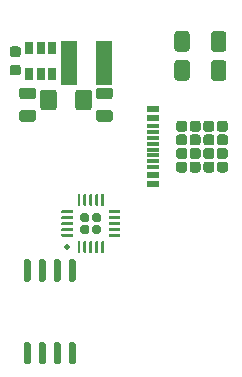
<source format=gbr>
%TF.GenerationSoftware,KiCad,Pcbnew,(5.1.9-0-10_14)*%
%TF.CreationDate,2021-05-23T10:29:48+01:00*%
%TF.ProjectId,Keypad,4b657970-6164-42e6-9b69-6361645f7063,4*%
%TF.SameCoordinates,Original*%
%TF.FileFunction,Paste,Top*%
%TF.FilePolarity,Positive*%
%FSLAX46Y46*%
G04 Gerber Fmt 4.6, Leading zero omitted, Abs format (unit mm)*
G04 Created by KiCad (PCBNEW (5.1.9-0-10_14)) date 2021-05-23 10:29:48*
%MOMM*%
%LPD*%
G01*
G04 APERTURE LIST*
%ADD10R,0.650000X1.060000*%
%ADD11R,1.425000X3.700000*%
%ADD12R,1.140000X0.600000*%
%ADD13R,1.140000X0.300000*%
%ADD14C,0.500000*%
G04 APERTURE END LIST*
D10*
%TO.C,Reg1*%
X123675000Y-96450000D03*
X121775000Y-96450000D03*
X122725000Y-96450000D03*
X121775000Y-98650000D03*
X122725000Y-98650000D03*
X123675000Y-98650000D03*
G36*
G01*
X127650000Y-99800000D02*
X128600000Y-99800000D01*
G75*
G02*
X128850000Y-100050000I0J-250000D01*
G01*
X128850000Y-100550000D01*
G75*
G02*
X128600000Y-100800000I-250000J0D01*
G01*
X127650000Y-100800000D01*
G75*
G02*
X127400000Y-100550000I0J250000D01*
G01*
X127400000Y-100050000D01*
G75*
G02*
X127650000Y-99800000I250000J0D01*
G01*
G37*
G36*
G01*
X127650000Y-101700000D02*
X128600000Y-101700000D01*
G75*
G02*
X128850000Y-101950000I0J-250000D01*
G01*
X128850000Y-102450000D01*
G75*
G02*
X128600000Y-102700000I-250000J0D01*
G01*
X127650000Y-102700000D01*
G75*
G02*
X127400000Y-102450000I0J250000D01*
G01*
X127400000Y-101950000D01*
G75*
G02*
X127650000Y-101700000I250000J0D01*
G01*
G37*
G36*
G01*
X121150000Y-101700000D02*
X122100000Y-101700000D01*
G75*
G02*
X122350000Y-101950000I0J-250000D01*
G01*
X122350000Y-102450000D01*
G75*
G02*
X122100000Y-102700000I-250000J0D01*
G01*
X121150000Y-102700000D01*
G75*
G02*
X120900000Y-102450000I0J250000D01*
G01*
X120900000Y-101950000D01*
G75*
G02*
X121150000Y-101700000I250000J0D01*
G01*
G37*
G36*
G01*
X121150000Y-99800000D02*
X122100000Y-99800000D01*
G75*
G02*
X122350000Y-100050000I0J-250000D01*
G01*
X122350000Y-100550000D01*
G75*
G02*
X122100000Y-100800000I-250000J0D01*
G01*
X121150000Y-100800000D01*
G75*
G02*
X120900000Y-100550000I0J250000D01*
G01*
X120900000Y-100050000D01*
G75*
G02*
X121150000Y-99800000I250000J0D01*
G01*
G37*
G36*
G01*
X120825000Y-97225000D02*
X120325000Y-97225000D01*
G75*
G02*
X120100000Y-97000000I0J225000D01*
G01*
X120100000Y-96550000D01*
G75*
G02*
X120325000Y-96325000I225000J0D01*
G01*
X120825000Y-96325000D01*
G75*
G02*
X121050000Y-96550000I0J-225000D01*
G01*
X121050000Y-97000000D01*
G75*
G02*
X120825000Y-97225000I-225000J0D01*
G01*
G37*
G36*
G01*
X120825000Y-98775000D02*
X120325000Y-98775000D01*
G75*
G02*
X120100000Y-98550000I0J225000D01*
G01*
X120100000Y-98100000D01*
G75*
G02*
X120325000Y-97875000I225000J0D01*
G01*
X120825000Y-97875000D01*
G75*
G02*
X121050000Y-98100000I0J-225000D01*
G01*
X121050000Y-98550000D01*
G75*
G02*
X120825000Y-98775000I-225000J0D01*
G01*
G37*
G36*
G01*
X122675000Y-101475626D02*
X122675000Y-100224374D01*
G75*
G02*
X122924374Y-99975000I249374J0D01*
G01*
X123850626Y-99975000D01*
G75*
G02*
X124100000Y-100224374I0J-249374D01*
G01*
X124100000Y-101475626D01*
G75*
G02*
X123850626Y-101725000I-249374J0D01*
G01*
X122924374Y-101725000D01*
G75*
G02*
X122675000Y-101475626I0J249374D01*
G01*
G37*
G36*
G01*
X125650000Y-101475626D02*
X125650000Y-100224374D01*
G75*
G02*
X125899374Y-99975000I249374J0D01*
G01*
X126825626Y-99975000D01*
G75*
G02*
X127075000Y-100224374I0J-249374D01*
G01*
X127075000Y-101475626D01*
G75*
G02*
X126825626Y-101725000I-249374J0D01*
G01*
X125899374Y-101725000D01*
G75*
G02*
X125650000Y-101475626I0J249374D01*
G01*
G37*
D11*
X128125000Y-97750000D03*
X125125000Y-97750000D03*
%TD*%
%TO.C,R6*%
G36*
G01*
X137150000Y-96525000D02*
X137150000Y-95275000D01*
G75*
G02*
X137400000Y-95025000I250000J0D01*
G01*
X138200000Y-95025000D01*
G75*
G02*
X138450000Y-95275000I0J-250000D01*
G01*
X138450000Y-96525000D01*
G75*
G02*
X138200000Y-96775000I-250000J0D01*
G01*
X137400000Y-96775000D01*
G75*
G02*
X137150000Y-96525000I0J250000D01*
G01*
G37*
G36*
G01*
X134050000Y-96525000D02*
X134050000Y-95275000D01*
G75*
G02*
X134300000Y-95025000I250000J0D01*
G01*
X135100000Y-95025000D01*
G75*
G02*
X135350000Y-95275000I0J-250000D01*
G01*
X135350000Y-96525000D01*
G75*
G02*
X135100000Y-96775000I-250000J0D01*
G01*
X134300000Y-96775000D01*
G75*
G02*
X134050000Y-96525000I0J250000D01*
G01*
G37*
%TD*%
%TO.C,R7*%
G36*
G01*
X135350000Y-97725000D02*
X135350000Y-98975000D01*
G75*
G02*
X135100000Y-99225000I-250000J0D01*
G01*
X134300000Y-99225000D01*
G75*
G02*
X134050000Y-98975000I0J250000D01*
G01*
X134050000Y-97725000D01*
G75*
G02*
X134300000Y-97475000I250000J0D01*
G01*
X135100000Y-97475000D01*
G75*
G02*
X135350000Y-97725000I0J-250000D01*
G01*
G37*
G36*
G01*
X138450000Y-97725000D02*
X138450000Y-98975000D01*
G75*
G02*
X138200000Y-99225000I-250000J0D01*
G01*
X137400000Y-99225000D01*
G75*
G02*
X137150000Y-98975000I0J250000D01*
G01*
X137150000Y-97725000D01*
G75*
G02*
X137400000Y-97475000I250000J0D01*
G01*
X138200000Y-97475000D01*
G75*
G02*
X138450000Y-97725000I0J-250000D01*
G01*
G37*
%TD*%
%TO.C,J2*%
G36*
G01*
X136047500Y-105850000D02*
X135582500Y-105850000D01*
G75*
G02*
X135350000Y-105617500I0J232500D01*
G01*
X135350000Y-105152500D01*
G75*
G02*
X135582500Y-104920000I232500J0D01*
G01*
X136047500Y-104920000D01*
G75*
G02*
X136280000Y-105152500I0J-232500D01*
G01*
X136280000Y-105617500D01*
G75*
G02*
X136047500Y-105850000I-232500J0D01*
G01*
G37*
G36*
G01*
X137197500Y-105850000D02*
X136732500Y-105850000D01*
G75*
G02*
X136500000Y-105617500I0J232500D01*
G01*
X136500000Y-105152500D01*
G75*
G02*
X136732500Y-104920000I232500J0D01*
G01*
X137197500Y-104920000D01*
G75*
G02*
X137430000Y-105152500I0J-232500D01*
G01*
X137430000Y-105617500D01*
G75*
G02*
X137197500Y-105850000I-232500J0D01*
G01*
G37*
G36*
G01*
X138347500Y-105850000D02*
X137882500Y-105850000D01*
G75*
G02*
X137650000Y-105617500I0J232500D01*
G01*
X137650000Y-105152500D01*
G75*
G02*
X137882500Y-104920000I232500J0D01*
G01*
X138347500Y-104920000D01*
G75*
G02*
X138580000Y-105152500I0J-232500D01*
G01*
X138580000Y-105617500D01*
G75*
G02*
X138347500Y-105850000I-232500J0D01*
G01*
G37*
G36*
G01*
X134897500Y-104700000D02*
X134432500Y-104700000D01*
G75*
G02*
X134200000Y-104467500I0J232500D01*
G01*
X134200000Y-104002500D01*
G75*
G02*
X134432500Y-103770000I232500J0D01*
G01*
X134897500Y-103770000D01*
G75*
G02*
X135130000Y-104002500I0J-232500D01*
G01*
X135130000Y-104467500D01*
G75*
G02*
X134897500Y-104700000I-232500J0D01*
G01*
G37*
G36*
G01*
X136047500Y-104700000D02*
X135582500Y-104700000D01*
G75*
G02*
X135350000Y-104467500I0J232500D01*
G01*
X135350000Y-104002500D01*
G75*
G02*
X135582500Y-103770000I232500J0D01*
G01*
X136047500Y-103770000D01*
G75*
G02*
X136280000Y-104002500I0J-232500D01*
G01*
X136280000Y-104467500D01*
G75*
G02*
X136047500Y-104700000I-232500J0D01*
G01*
G37*
G36*
G01*
X137197500Y-104700000D02*
X136732500Y-104700000D01*
G75*
G02*
X136500000Y-104467500I0J232500D01*
G01*
X136500000Y-104002500D01*
G75*
G02*
X136732500Y-103770000I232500J0D01*
G01*
X137197500Y-103770000D01*
G75*
G02*
X137430000Y-104002500I0J-232500D01*
G01*
X137430000Y-104467500D01*
G75*
G02*
X137197500Y-104700000I-232500J0D01*
G01*
G37*
G36*
G01*
X138347500Y-104700000D02*
X137882500Y-104700000D01*
G75*
G02*
X137650000Y-104467500I0J232500D01*
G01*
X137650000Y-104002500D01*
G75*
G02*
X137882500Y-103770000I232500J0D01*
G01*
X138347500Y-103770000D01*
G75*
G02*
X138580000Y-104002500I0J-232500D01*
G01*
X138580000Y-104467500D01*
G75*
G02*
X138347500Y-104700000I-232500J0D01*
G01*
G37*
G36*
G01*
X134897500Y-103550000D02*
X134432500Y-103550000D01*
G75*
G02*
X134200000Y-103317500I0J232500D01*
G01*
X134200000Y-102852500D01*
G75*
G02*
X134432500Y-102620000I232500J0D01*
G01*
X134897500Y-102620000D01*
G75*
G02*
X135130000Y-102852500I0J-232500D01*
G01*
X135130000Y-103317500D01*
G75*
G02*
X134897500Y-103550000I-232500J0D01*
G01*
G37*
G36*
G01*
X136047500Y-103550000D02*
X135582500Y-103550000D01*
G75*
G02*
X135350000Y-103317500I0J232500D01*
G01*
X135350000Y-102852500D01*
G75*
G02*
X135582500Y-102620000I232500J0D01*
G01*
X136047500Y-102620000D01*
G75*
G02*
X136280000Y-102852500I0J-232500D01*
G01*
X136280000Y-103317500D01*
G75*
G02*
X136047500Y-103550000I-232500J0D01*
G01*
G37*
G36*
G01*
X137197500Y-103550000D02*
X136732500Y-103550000D01*
G75*
G02*
X136500000Y-103317500I0J232500D01*
G01*
X136500000Y-102852500D01*
G75*
G02*
X136732500Y-102620000I232500J0D01*
G01*
X137197500Y-102620000D01*
G75*
G02*
X137430000Y-102852500I0J-232500D01*
G01*
X137430000Y-103317500D01*
G75*
G02*
X137197500Y-103550000I-232500J0D01*
G01*
G37*
G36*
G01*
X138347500Y-103550000D02*
X137882500Y-103550000D01*
G75*
G02*
X137650000Y-103317500I0J232500D01*
G01*
X137650000Y-102852500D01*
G75*
G02*
X137882500Y-102620000I232500J0D01*
G01*
X138347500Y-102620000D01*
G75*
G02*
X138580000Y-102852500I0J-232500D01*
G01*
X138580000Y-103317500D01*
G75*
G02*
X138347500Y-103550000I-232500J0D01*
G01*
G37*
G36*
G01*
X134897500Y-107000000D02*
X134432500Y-107000000D01*
G75*
G02*
X134200000Y-106767500I0J232500D01*
G01*
X134200000Y-106302500D01*
G75*
G02*
X134432500Y-106070000I232500J0D01*
G01*
X134897500Y-106070000D01*
G75*
G02*
X135130000Y-106302500I0J-232500D01*
G01*
X135130000Y-106767500D01*
G75*
G02*
X134897500Y-107000000I-232500J0D01*
G01*
G37*
G36*
G01*
X136047500Y-107000000D02*
X135582500Y-107000000D01*
G75*
G02*
X135350000Y-106767500I0J232500D01*
G01*
X135350000Y-106302500D01*
G75*
G02*
X135582500Y-106070000I232500J0D01*
G01*
X136047500Y-106070000D01*
G75*
G02*
X136280000Y-106302500I0J-232500D01*
G01*
X136280000Y-106767500D01*
G75*
G02*
X136047500Y-107000000I-232500J0D01*
G01*
G37*
G36*
G01*
X137197500Y-107000000D02*
X136732500Y-107000000D01*
G75*
G02*
X136500000Y-106767500I0J232500D01*
G01*
X136500000Y-106302500D01*
G75*
G02*
X136732500Y-106070000I232500J0D01*
G01*
X137197500Y-106070000D01*
G75*
G02*
X137430000Y-106302500I0J-232500D01*
G01*
X137430000Y-106767500D01*
G75*
G02*
X137197500Y-107000000I-232500J0D01*
G01*
G37*
G36*
G01*
X138347500Y-107000000D02*
X137882500Y-107000000D01*
G75*
G02*
X137650000Y-106767500I0J232500D01*
G01*
X137650000Y-106302500D01*
G75*
G02*
X137882500Y-106070000I232500J0D01*
G01*
X138347500Y-106070000D01*
G75*
G02*
X138580000Y-106302500I0J-232500D01*
G01*
X138580000Y-106767500D01*
G75*
G02*
X138347500Y-107000000I-232500J0D01*
G01*
G37*
G36*
G01*
X134897500Y-105850000D02*
X134432500Y-105850000D01*
G75*
G02*
X134200000Y-105617500I0J232500D01*
G01*
X134200000Y-105152500D01*
G75*
G02*
X134432500Y-104920000I232500J0D01*
G01*
X134897500Y-104920000D01*
G75*
G02*
X135130000Y-105152500I0J-232500D01*
G01*
X135130000Y-105617500D01*
G75*
G02*
X134897500Y-105850000I-232500J0D01*
G01*
G37*
D12*
X132240000Y-107200000D03*
X132240000Y-102400000D03*
D13*
X132240000Y-104550000D03*
X132240000Y-105050000D03*
X132240000Y-104050000D03*
X132240000Y-105550000D03*
X132240000Y-103550000D03*
X132240000Y-106050000D03*
X132240000Y-103050000D03*
X132240000Y-106550000D03*
D12*
X132240000Y-101600000D03*
X132240000Y-108000000D03*
%TD*%
%TO.C,U3*%
G36*
G01*
X125255000Y-121350000D02*
X125555000Y-121350000D01*
G75*
G02*
X125705000Y-121500000I0J-150000D01*
G01*
X125705000Y-123100000D01*
G75*
G02*
X125555000Y-123250000I-150000J0D01*
G01*
X125255000Y-123250000D01*
G75*
G02*
X125105000Y-123100000I0J150000D01*
G01*
X125105000Y-121500000D01*
G75*
G02*
X125255000Y-121350000I150000J0D01*
G01*
G37*
G36*
G01*
X123985000Y-121350000D02*
X124285000Y-121350000D01*
G75*
G02*
X124435000Y-121500000I0J-150000D01*
G01*
X124435000Y-123100000D01*
G75*
G02*
X124285000Y-123250000I-150000J0D01*
G01*
X123985000Y-123250000D01*
G75*
G02*
X123835000Y-123100000I0J150000D01*
G01*
X123835000Y-121500000D01*
G75*
G02*
X123985000Y-121350000I150000J0D01*
G01*
G37*
G36*
G01*
X122715000Y-121350000D02*
X123015000Y-121350000D01*
G75*
G02*
X123165000Y-121500000I0J-150000D01*
G01*
X123165000Y-123100000D01*
G75*
G02*
X123015000Y-123250000I-150000J0D01*
G01*
X122715000Y-123250000D01*
G75*
G02*
X122565000Y-123100000I0J150000D01*
G01*
X122565000Y-121500000D01*
G75*
G02*
X122715000Y-121350000I150000J0D01*
G01*
G37*
G36*
G01*
X121445000Y-121350000D02*
X121745000Y-121350000D01*
G75*
G02*
X121895000Y-121500000I0J-150000D01*
G01*
X121895000Y-123100000D01*
G75*
G02*
X121745000Y-123250000I-150000J0D01*
G01*
X121445000Y-123250000D01*
G75*
G02*
X121295000Y-123100000I0J150000D01*
G01*
X121295000Y-121500000D01*
G75*
G02*
X121445000Y-121350000I150000J0D01*
G01*
G37*
G36*
G01*
X121445000Y-114350000D02*
X121745000Y-114350000D01*
G75*
G02*
X121895000Y-114500000I0J-150000D01*
G01*
X121895000Y-116100000D01*
G75*
G02*
X121745000Y-116250000I-150000J0D01*
G01*
X121445000Y-116250000D01*
G75*
G02*
X121295000Y-116100000I0J150000D01*
G01*
X121295000Y-114500000D01*
G75*
G02*
X121445000Y-114350000I150000J0D01*
G01*
G37*
G36*
G01*
X122715000Y-114350000D02*
X123015000Y-114350000D01*
G75*
G02*
X123165000Y-114500000I0J-150000D01*
G01*
X123165000Y-116100000D01*
G75*
G02*
X123015000Y-116250000I-150000J0D01*
G01*
X122715000Y-116250000D01*
G75*
G02*
X122565000Y-116100000I0J150000D01*
G01*
X122565000Y-114500000D01*
G75*
G02*
X122715000Y-114350000I150000J0D01*
G01*
G37*
G36*
G01*
X123985000Y-114350000D02*
X124285000Y-114350000D01*
G75*
G02*
X124435000Y-114500000I0J-150000D01*
G01*
X124435000Y-116100000D01*
G75*
G02*
X124285000Y-116250000I-150000J0D01*
G01*
X123985000Y-116250000D01*
G75*
G02*
X123835000Y-116100000I0J150000D01*
G01*
X123835000Y-114500000D01*
G75*
G02*
X123985000Y-114350000I150000J0D01*
G01*
G37*
G36*
G01*
X125255000Y-114350000D02*
X125555000Y-114350000D01*
G75*
G02*
X125705000Y-114500000I0J-150000D01*
G01*
X125705000Y-116100000D01*
G75*
G02*
X125555000Y-116250000I-150000J0D01*
G01*
X125255000Y-116250000D01*
G75*
G02*
X125105000Y-116100000I0J150000D01*
G01*
X125105000Y-114500000D01*
G75*
G02*
X125255000Y-114350000I150000J0D01*
G01*
G37*
%TD*%
D14*
%TO.C,U2*%
X124975000Y-113325000D03*
G36*
G01*
X127664000Y-111200000D02*
X127286000Y-111200000D01*
G75*
G02*
X127100000Y-111014000I0J186000D01*
G01*
X127100000Y-110636000D01*
G75*
G02*
X127286000Y-110450000I186000J0D01*
G01*
X127664000Y-110450000D01*
G75*
G02*
X127850000Y-110636000I0J-186000D01*
G01*
X127850000Y-111014000D01*
G75*
G02*
X127664000Y-111200000I-186000J0D01*
G01*
G37*
G36*
G01*
X126664000Y-111200000D02*
X126286000Y-111200000D01*
G75*
G02*
X126100000Y-111014000I0J186000D01*
G01*
X126100000Y-110636000D01*
G75*
G02*
X126286000Y-110450000I186000J0D01*
G01*
X126664000Y-110450000D01*
G75*
G02*
X126850000Y-110636000I0J-186000D01*
G01*
X126850000Y-111014000D01*
G75*
G02*
X126664000Y-111200000I-186000J0D01*
G01*
G37*
G36*
G01*
X127664000Y-112200000D02*
X127286000Y-112200000D01*
G75*
G02*
X127100000Y-112014000I0J186000D01*
G01*
X127100000Y-111636000D01*
G75*
G02*
X127286000Y-111450000I186000J0D01*
G01*
X127664000Y-111450000D01*
G75*
G02*
X127850000Y-111636000I0J-186000D01*
G01*
X127850000Y-112014000D01*
G75*
G02*
X127664000Y-112200000I-186000J0D01*
G01*
G37*
G36*
G01*
X126664000Y-112200000D02*
X126286000Y-112200000D01*
G75*
G02*
X126100000Y-112014000I0J186000D01*
G01*
X126100000Y-111636000D01*
G75*
G02*
X126286000Y-111450000I186000J0D01*
G01*
X126664000Y-111450000D01*
G75*
G02*
X126850000Y-111636000I0J-186000D01*
G01*
X126850000Y-112014000D01*
G75*
G02*
X126664000Y-112200000I-186000J0D01*
G01*
G37*
G36*
G01*
X125412500Y-112450000D02*
X124537500Y-112450000D01*
G75*
G02*
X124475000Y-112387500I0J62500D01*
G01*
X124475000Y-112262500D01*
G75*
G02*
X124537500Y-112200000I62500J0D01*
G01*
X125412500Y-112200000D01*
G75*
G02*
X125475000Y-112262500I0J-62500D01*
G01*
X125475000Y-112387500D01*
G75*
G02*
X125412500Y-112450000I-62500J0D01*
G01*
G37*
G36*
G01*
X125412500Y-111950000D02*
X124537500Y-111950000D01*
G75*
G02*
X124475000Y-111887500I0J62500D01*
G01*
X124475000Y-111762500D01*
G75*
G02*
X124537500Y-111700000I62500J0D01*
G01*
X125412500Y-111700000D01*
G75*
G02*
X125475000Y-111762500I0J-62500D01*
G01*
X125475000Y-111887500D01*
G75*
G02*
X125412500Y-111950000I-62500J0D01*
G01*
G37*
G36*
G01*
X125412500Y-111450000D02*
X124537500Y-111450000D01*
G75*
G02*
X124475000Y-111387500I0J62500D01*
G01*
X124475000Y-111262500D01*
G75*
G02*
X124537500Y-111200000I62500J0D01*
G01*
X125412500Y-111200000D01*
G75*
G02*
X125475000Y-111262500I0J-62500D01*
G01*
X125475000Y-111387500D01*
G75*
G02*
X125412500Y-111450000I-62500J0D01*
G01*
G37*
G36*
G01*
X125412500Y-110950000D02*
X124537500Y-110950000D01*
G75*
G02*
X124475000Y-110887500I0J62500D01*
G01*
X124475000Y-110762500D01*
G75*
G02*
X124537500Y-110700000I62500J0D01*
G01*
X125412500Y-110700000D01*
G75*
G02*
X125475000Y-110762500I0J-62500D01*
G01*
X125475000Y-110887500D01*
G75*
G02*
X125412500Y-110950000I-62500J0D01*
G01*
G37*
G36*
G01*
X125412500Y-110450000D02*
X124537500Y-110450000D01*
G75*
G02*
X124475000Y-110387500I0J62500D01*
G01*
X124475000Y-110262500D01*
G75*
G02*
X124537500Y-110200000I62500J0D01*
G01*
X125412500Y-110200000D01*
G75*
G02*
X125475000Y-110262500I0J-62500D01*
G01*
X125475000Y-110387500D01*
G75*
G02*
X125412500Y-110450000I-62500J0D01*
G01*
G37*
G36*
G01*
X126037500Y-109825000D02*
X125912500Y-109825000D01*
G75*
G02*
X125850000Y-109762500I0J62500D01*
G01*
X125850000Y-108887500D01*
G75*
G02*
X125912500Y-108825000I62500J0D01*
G01*
X126037500Y-108825000D01*
G75*
G02*
X126100000Y-108887500I0J-62500D01*
G01*
X126100000Y-109762500D01*
G75*
G02*
X126037500Y-109825000I-62500J0D01*
G01*
G37*
G36*
G01*
X126537500Y-109825000D02*
X126412500Y-109825000D01*
G75*
G02*
X126350000Y-109762500I0J62500D01*
G01*
X126350000Y-108887500D01*
G75*
G02*
X126412500Y-108825000I62500J0D01*
G01*
X126537500Y-108825000D01*
G75*
G02*
X126600000Y-108887500I0J-62500D01*
G01*
X126600000Y-109762500D01*
G75*
G02*
X126537500Y-109825000I-62500J0D01*
G01*
G37*
G36*
G01*
X127037500Y-109825000D02*
X126912500Y-109825000D01*
G75*
G02*
X126850000Y-109762500I0J62500D01*
G01*
X126850000Y-108887500D01*
G75*
G02*
X126912500Y-108825000I62500J0D01*
G01*
X127037500Y-108825000D01*
G75*
G02*
X127100000Y-108887500I0J-62500D01*
G01*
X127100000Y-109762500D01*
G75*
G02*
X127037500Y-109825000I-62500J0D01*
G01*
G37*
G36*
G01*
X127537500Y-109825000D02*
X127412500Y-109825000D01*
G75*
G02*
X127350000Y-109762500I0J62500D01*
G01*
X127350000Y-108887500D01*
G75*
G02*
X127412500Y-108825000I62500J0D01*
G01*
X127537500Y-108825000D01*
G75*
G02*
X127600000Y-108887500I0J-62500D01*
G01*
X127600000Y-109762500D01*
G75*
G02*
X127537500Y-109825000I-62500J0D01*
G01*
G37*
G36*
G01*
X128037500Y-109825000D02*
X127912500Y-109825000D01*
G75*
G02*
X127850000Y-109762500I0J62500D01*
G01*
X127850000Y-108887500D01*
G75*
G02*
X127912500Y-108825000I62500J0D01*
G01*
X128037500Y-108825000D01*
G75*
G02*
X128100000Y-108887500I0J-62500D01*
G01*
X128100000Y-109762500D01*
G75*
G02*
X128037500Y-109825000I-62500J0D01*
G01*
G37*
G36*
G01*
X129412500Y-110450000D02*
X128537500Y-110450000D01*
G75*
G02*
X128475000Y-110387500I0J62500D01*
G01*
X128475000Y-110262500D01*
G75*
G02*
X128537500Y-110200000I62500J0D01*
G01*
X129412500Y-110200000D01*
G75*
G02*
X129475000Y-110262500I0J-62500D01*
G01*
X129475000Y-110387500D01*
G75*
G02*
X129412500Y-110450000I-62500J0D01*
G01*
G37*
G36*
G01*
X129412500Y-110950000D02*
X128537500Y-110950000D01*
G75*
G02*
X128475000Y-110887500I0J62500D01*
G01*
X128475000Y-110762500D01*
G75*
G02*
X128537500Y-110700000I62500J0D01*
G01*
X129412500Y-110700000D01*
G75*
G02*
X129475000Y-110762500I0J-62500D01*
G01*
X129475000Y-110887500D01*
G75*
G02*
X129412500Y-110950000I-62500J0D01*
G01*
G37*
G36*
G01*
X129412500Y-111450000D02*
X128537500Y-111450000D01*
G75*
G02*
X128475000Y-111387500I0J62500D01*
G01*
X128475000Y-111262500D01*
G75*
G02*
X128537500Y-111200000I62500J0D01*
G01*
X129412500Y-111200000D01*
G75*
G02*
X129475000Y-111262500I0J-62500D01*
G01*
X129475000Y-111387500D01*
G75*
G02*
X129412500Y-111450000I-62500J0D01*
G01*
G37*
G36*
G01*
X129412500Y-111950000D02*
X128537500Y-111950000D01*
G75*
G02*
X128475000Y-111887500I0J62500D01*
G01*
X128475000Y-111762500D01*
G75*
G02*
X128537500Y-111700000I62500J0D01*
G01*
X129412500Y-111700000D01*
G75*
G02*
X129475000Y-111762500I0J-62500D01*
G01*
X129475000Y-111887500D01*
G75*
G02*
X129412500Y-111950000I-62500J0D01*
G01*
G37*
G36*
G01*
X129412500Y-112450000D02*
X128537500Y-112450000D01*
G75*
G02*
X128475000Y-112387500I0J62500D01*
G01*
X128475000Y-112262500D01*
G75*
G02*
X128537500Y-112200000I62500J0D01*
G01*
X129412500Y-112200000D01*
G75*
G02*
X129475000Y-112262500I0J-62500D01*
G01*
X129475000Y-112387500D01*
G75*
G02*
X129412500Y-112450000I-62500J0D01*
G01*
G37*
G36*
G01*
X128037500Y-113825000D02*
X127912500Y-113825000D01*
G75*
G02*
X127850000Y-113762500I0J62500D01*
G01*
X127850000Y-112887500D01*
G75*
G02*
X127912500Y-112825000I62500J0D01*
G01*
X128037500Y-112825000D01*
G75*
G02*
X128100000Y-112887500I0J-62500D01*
G01*
X128100000Y-113762500D01*
G75*
G02*
X128037500Y-113825000I-62500J0D01*
G01*
G37*
G36*
G01*
X127537500Y-113825000D02*
X127412500Y-113825000D01*
G75*
G02*
X127350000Y-113762500I0J62500D01*
G01*
X127350000Y-112887500D01*
G75*
G02*
X127412500Y-112825000I62500J0D01*
G01*
X127537500Y-112825000D01*
G75*
G02*
X127600000Y-112887500I0J-62500D01*
G01*
X127600000Y-113762500D01*
G75*
G02*
X127537500Y-113825000I-62500J0D01*
G01*
G37*
G36*
G01*
X127037500Y-113825000D02*
X126912500Y-113825000D01*
G75*
G02*
X126850000Y-113762500I0J62500D01*
G01*
X126850000Y-112887500D01*
G75*
G02*
X126912500Y-112825000I62500J0D01*
G01*
X127037500Y-112825000D01*
G75*
G02*
X127100000Y-112887500I0J-62500D01*
G01*
X127100000Y-113762500D01*
G75*
G02*
X127037500Y-113825000I-62500J0D01*
G01*
G37*
G36*
G01*
X126537500Y-113825000D02*
X126412500Y-113825000D01*
G75*
G02*
X126350000Y-113762500I0J62500D01*
G01*
X126350000Y-112887500D01*
G75*
G02*
X126412500Y-112825000I62500J0D01*
G01*
X126537500Y-112825000D01*
G75*
G02*
X126600000Y-112887500I0J-62500D01*
G01*
X126600000Y-113762500D01*
G75*
G02*
X126537500Y-113825000I-62500J0D01*
G01*
G37*
G36*
G01*
X126037500Y-113825000D02*
X125912500Y-113825000D01*
G75*
G02*
X125850000Y-113762500I0J62500D01*
G01*
X125850000Y-112887500D01*
G75*
G02*
X125912500Y-112825000I62500J0D01*
G01*
X126037500Y-112825000D01*
G75*
G02*
X126100000Y-112887500I0J-62500D01*
G01*
X126100000Y-113762500D01*
G75*
G02*
X126037500Y-113825000I-62500J0D01*
G01*
G37*
%TD*%
M02*

</source>
